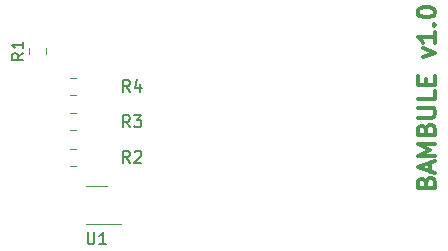
<source format=gbr>
G04 #@! TF.GenerationSoftware,KiCad,Pcbnew,5.0.2-bee76a0~70~ubuntu16.04.1*
G04 #@! TF.CreationDate,2019-11-30T17:26:29+01:00*
G04 #@! TF.ProjectId,bambule,62616d62-756c-4652-9e6b-696361645f70,rev?*
G04 #@! TF.SameCoordinates,Original*
G04 #@! TF.FileFunction,Legend,Top*
G04 #@! TF.FilePolarity,Positive*
%FSLAX46Y46*%
G04 Gerber Fmt 4.6, Leading zero omitted, Abs format (unit mm)*
G04 Created by KiCad (PCBNEW 5.0.2-bee76a0~70~ubuntu16.04.1) date Sat 30 Nov 2019 05:26:29 PM CET*
%MOMM*%
%LPD*%
G01*
G04 APERTURE LIST*
%ADD10C,0.300000*%
%ADD11C,0.120000*%
%ADD12C,0.150000*%
G04 APERTURE END LIST*
D10*
X111892857Y-107142857D02*
X111964285Y-106928571D01*
X112035714Y-106857142D01*
X112178571Y-106785714D01*
X112392857Y-106785714D01*
X112535714Y-106857142D01*
X112607142Y-106928571D01*
X112678571Y-107071428D01*
X112678571Y-107642857D01*
X111178571Y-107642857D01*
X111178571Y-107142857D01*
X111250000Y-107000000D01*
X111321428Y-106928571D01*
X111464285Y-106857142D01*
X111607142Y-106857142D01*
X111750000Y-106928571D01*
X111821428Y-107000000D01*
X111892857Y-107142857D01*
X111892857Y-107642857D01*
X112250000Y-106214285D02*
X112250000Y-105500000D01*
X112678571Y-106357142D02*
X111178571Y-105857142D01*
X112678571Y-105357142D01*
X112678571Y-104857142D02*
X111178571Y-104857142D01*
X112250000Y-104357142D01*
X111178571Y-103857142D01*
X112678571Y-103857142D01*
X111892857Y-102642857D02*
X111964285Y-102428571D01*
X112035714Y-102357142D01*
X112178571Y-102285714D01*
X112392857Y-102285714D01*
X112535714Y-102357142D01*
X112607142Y-102428571D01*
X112678571Y-102571428D01*
X112678571Y-103142857D01*
X111178571Y-103142857D01*
X111178571Y-102642857D01*
X111250000Y-102500000D01*
X111321428Y-102428571D01*
X111464285Y-102357142D01*
X111607142Y-102357142D01*
X111750000Y-102428571D01*
X111821428Y-102500000D01*
X111892857Y-102642857D01*
X111892857Y-103142857D01*
X111178571Y-101642857D02*
X112392857Y-101642857D01*
X112535714Y-101571428D01*
X112607142Y-101500000D01*
X112678571Y-101357142D01*
X112678571Y-101071428D01*
X112607142Y-100928571D01*
X112535714Y-100857142D01*
X112392857Y-100785714D01*
X111178571Y-100785714D01*
X112678571Y-99357142D02*
X112678571Y-100071428D01*
X111178571Y-100071428D01*
X111892857Y-98857142D02*
X111892857Y-98357142D01*
X112678571Y-98142857D02*
X112678571Y-98857142D01*
X111178571Y-98857142D01*
X111178571Y-98142857D01*
X111678571Y-96500000D02*
X112678571Y-96142857D01*
X111678571Y-95785714D01*
X112678571Y-94428571D02*
X112678571Y-95285714D01*
X112678571Y-94857142D02*
X111178571Y-94857142D01*
X111392857Y-95000000D01*
X111535714Y-95142857D01*
X111607142Y-95285714D01*
X112535714Y-93785714D02*
X112607142Y-93714285D01*
X112678571Y-93785714D01*
X112607142Y-93857142D01*
X112535714Y-93785714D01*
X112678571Y-93785714D01*
X111178571Y-92785714D02*
X111178571Y-92642857D01*
X111250000Y-92500000D01*
X111321428Y-92428571D01*
X111464285Y-92357142D01*
X111750000Y-92285714D01*
X112107142Y-92285714D01*
X112392857Y-92357142D01*
X112535714Y-92428571D01*
X112607142Y-92500000D01*
X112678571Y-92642857D01*
X112678571Y-92785714D01*
X112607142Y-92928571D01*
X112535714Y-93000000D01*
X112392857Y-93071428D01*
X112107142Y-93142857D01*
X111750000Y-93142857D01*
X111464285Y-93071428D01*
X111321428Y-93000000D01*
X111250000Y-92928571D01*
X111178571Y-92785714D01*
D11*
G04 #@! TO.C,R1*
X78290000Y-96261252D02*
X78290000Y-95738748D01*
X79710000Y-96261252D02*
X79710000Y-95738748D01*
G04 #@! TO.C,R2*
X81738748Y-104290000D02*
X82261252Y-104290000D01*
X81738748Y-105710000D02*
X82261252Y-105710000D01*
G04 #@! TO.C,R3*
X81738748Y-102710000D02*
X82261252Y-102710000D01*
X81738748Y-101290000D02*
X82261252Y-101290000D01*
G04 #@! TO.C,U1*
X84900000Y-107390000D02*
X83100000Y-107390000D01*
X83100000Y-110610000D02*
X86050000Y-110610000D01*
G04 #@! TO.C,R4*
X81738748Y-98290000D02*
X82261252Y-98290000D01*
X81738748Y-99710000D02*
X82261252Y-99710000D01*
G04 #@! TO.C,R1*
D12*
X77802380Y-96166666D02*
X77326190Y-96500000D01*
X77802380Y-96738095D02*
X76802380Y-96738095D01*
X76802380Y-96357142D01*
X76850000Y-96261904D01*
X76897619Y-96214285D01*
X76992857Y-96166666D01*
X77135714Y-96166666D01*
X77230952Y-96214285D01*
X77278571Y-96261904D01*
X77326190Y-96357142D01*
X77326190Y-96738095D01*
X77802380Y-95214285D02*
X77802380Y-95785714D01*
X77802380Y-95500000D02*
X76802380Y-95500000D01*
X76945238Y-95595238D01*
X77040476Y-95690476D01*
X77088095Y-95785714D01*
G04 #@! TO.C,R2*
X86833333Y-105452380D02*
X86500000Y-104976190D01*
X86261904Y-105452380D02*
X86261904Y-104452380D01*
X86642857Y-104452380D01*
X86738095Y-104500000D01*
X86785714Y-104547619D01*
X86833333Y-104642857D01*
X86833333Y-104785714D01*
X86785714Y-104880952D01*
X86738095Y-104928571D01*
X86642857Y-104976190D01*
X86261904Y-104976190D01*
X87214285Y-104547619D02*
X87261904Y-104500000D01*
X87357142Y-104452380D01*
X87595238Y-104452380D01*
X87690476Y-104500000D01*
X87738095Y-104547619D01*
X87785714Y-104642857D01*
X87785714Y-104738095D01*
X87738095Y-104880952D01*
X87166666Y-105452380D01*
X87785714Y-105452380D01*
G04 #@! TO.C,R3*
X86833333Y-102452380D02*
X86500000Y-101976190D01*
X86261904Y-102452380D02*
X86261904Y-101452380D01*
X86642857Y-101452380D01*
X86738095Y-101500000D01*
X86785714Y-101547619D01*
X86833333Y-101642857D01*
X86833333Y-101785714D01*
X86785714Y-101880952D01*
X86738095Y-101928571D01*
X86642857Y-101976190D01*
X86261904Y-101976190D01*
X87166666Y-101452380D02*
X87785714Y-101452380D01*
X87452380Y-101833333D01*
X87595238Y-101833333D01*
X87690476Y-101880952D01*
X87738095Y-101928571D01*
X87785714Y-102023809D01*
X87785714Y-102261904D01*
X87738095Y-102357142D01*
X87690476Y-102404761D01*
X87595238Y-102452380D01*
X87309523Y-102452380D01*
X87214285Y-102404761D01*
X87166666Y-102357142D01*
G04 #@! TO.C,U1*
X83238095Y-111352380D02*
X83238095Y-112161904D01*
X83285714Y-112257142D01*
X83333333Y-112304761D01*
X83428571Y-112352380D01*
X83619047Y-112352380D01*
X83714285Y-112304761D01*
X83761904Y-112257142D01*
X83809523Y-112161904D01*
X83809523Y-111352380D01*
X84809523Y-112352380D02*
X84238095Y-112352380D01*
X84523809Y-112352380D02*
X84523809Y-111352380D01*
X84428571Y-111495238D01*
X84333333Y-111590476D01*
X84238095Y-111638095D01*
G04 #@! TO.C,R4*
X86833333Y-99452380D02*
X86500000Y-98976190D01*
X86261904Y-99452380D02*
X86261904Y-98452380D01*
X86642857Y-98452380D01*
X86738095Y-98500000D01*
X86785714Y-98547619D01*
X86833333Y-98642857D01*
X86833333Y-98785714D01*
X86785714Y-98880952D01*
X86738095Y-98928571D01*
X86642857Y-98976190D01*
X86261904Y-98976190D01*
X87690476Y-98785714D02*
X87690476Y-99452380D01*
X87452380Y-98404761D02*
X87214285Y-99119047D01*
X87833333Y-99119047D01*
G04 #@! TD*
M02*

</source>
